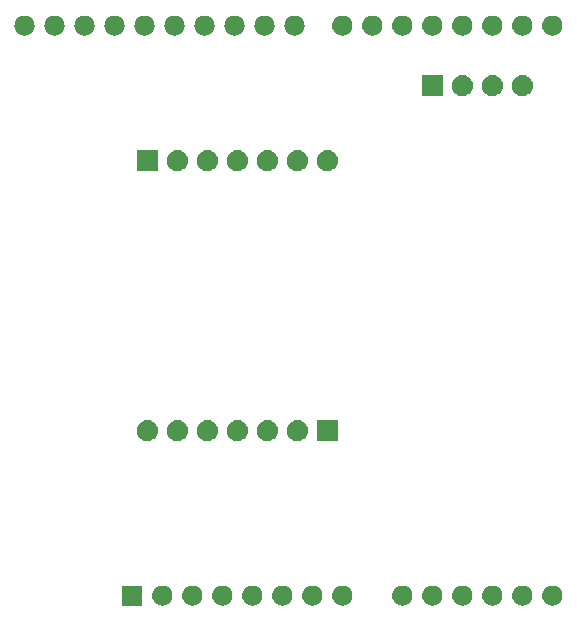
<source format=gbr>
G04 #@! TF.GenerationSoftware,KiCad,Pcbnew,5.0.2-bee76a0~70~ubuntu18.04.1*
G04 #@! TF.CreationDate,2019-01-17T16:48:38+08:00*
G04 #@! TF.ProjectId,inAir9B Shield,696e4169-7239-4422-9053-6869656c642e,rev?*
G04 #@! TF.SameCoordinates,Original*
G04 #@! TF.FileFunction,Soldermask,Bot*
G04 #@! TF.FilePolarity,Negative*
%FSLAX46Y46*%
G04 Gerber Fmt 4.6, Leading zero omitted, Abs format (unit mm)*
G04 Created by KiCad (PCBNEW 5.0.2-bee76a0~70~ubuntu18.04.1) date Thu Jan 17 16:48:38 2019*
%MOMM*%
%LPD*%
G01*
G04 APERTURE LIST*
%ADD10C,0.100000*%
G04 APERTURE END LIST*
D10*
G36*
X153836821Y-113461313D02*
X153836824Y-113461314D01*
X153836825Y-113461314D01*
X153997239Y-113509975D01*
X153997241Y-113509976D01*
X153997244Y-113509977D01*
X154145078Y-113588995D01*
X154274659Y-113695341D01*
X154381005Y-113824922D01*
X154460023Y-113972756D01*
X154508687Y-114133179D01*
X154525117Y-114300000D01*
X154508687Y-114466821D01*
X154460023Y-114627244D01*
X154381005Y-114775078D01*
X154274659Y-114904659D01*
X154145078Y-115011005D01*
X153997244Y-115090023D01*
X153997241Y-115090024D01*
X153997239Y-115090025D01*
X153836825Y-115138686D01*
X153836824Y-115138686D01*
X153836821Y-115138687D01*
X153711804Y-115151000D01*
X153628196Y-115151000D01*
X153503179Y-115138687D01*
X153503176Y-115138686D01*
X153503175Y-115138686D01*
X153342761Y-115090025D01*
X153342759Y-115090024D01*
X153342756Y-115090023D01*
X153194922Y-115011005D01*
X153065341Y-114904659D01*
X152958995Y-114775078D01*
X152879977Y-114627244D01*
X152831313Y-114466821D01*
X152814883Y-114300000D01*
X152831313Y-114133179D01*
X152879977Y-113972756D01*
X152958995Y-113824922D01*
X153065341Y-113695341D01*
X153194922Y-113588995D01*
X153342756Y-113509977D01*
X153342759Y-113509976D01*
X153342761Y-113509975D01*
X153503175Y-113461314D01*
X153503176Y-113461314D01*
X153503179Y-113461313D01*
X153628196Y-113449000D01*
X153711804Y-113449000D01*
X153836821Y-113461313D01*
X153836821Y-113461313D01*
G37*
G36*
X156376821Y-113461313D02*
X156376824Y-113461314D01*
X156376825Y-113461314D01*
X156537239Y-113509975D01*
X156537241Y-113509976D01*
X156537244Y-113509977D01*
X156685078Y-113588995D01*
X156814659Y-113695341D01*
X156921005Y-113824922D01*
X157000023Y-113972756D01*
X157048687Y-114133179D01*
X157065117Y-114300000D01*
X157048687Y-114466821D01*
X157000023Y-114627244D01*
X156921005Y-114775078D01*
X156814659Y-114904659D01*
X156685078Y-115011005D01*
X156537244Y-115090023D01*
X156537241Y-115090024D01*
X156537239Y-115090025D01*
X156376825Y-115138686D01*
X156376824Y-115138686D01*
X156376821Y-115138687D01*
X156251804Y-115151000D01*
X156168196Y-115151000D01*
X156043179Y-115138687D01*
X156043176Y-115138686D01*
X156043175Y-115138686D01*
X155882761Y-115090025D01*
X155882759Y-115090024D01*
X155882756Y-115090023D01*
X155734922Y-115011005D01*
X155605341Y-114904659D01*
X155498995Y-114775078D01*
X155419977Y-114627244D01*
X155371313Y-114466821D01*
X155354883Y-114300000D01*
X155371313Y-114133179D01*
X155419977Y-113972756D01*
X155498995Y-113824922D01*
X155605341Y-113695341D01*
X155734922Y-113588995D01*
X155882756Y-113509977D01*
X155882759Y-113509976D01*
X155882761Y-113509975D01*
X156043175Y-113461314D01*
X156043176Y-113461314D01*
X156043179Y-113461313D01*
X156168196Y-113449000D01*
X156251804Y-113449000D01*
X156376821Y-113461313D01*
X156376821Y-113461313D01*
G37*
G36*
X158916821Y-113461313D02*
X158916824Y-113461314D01*
X158916825Y-113461314D01*
X159077239Y-113509975D01*
X159077241Y-113509976D01*
X159077244Y-113509977D01*
X159225078Y-113588995D01*
X159354659Y-113695341D01*
X159461005Y-113824922D01*
X159540023Y-113972756D01*
X159588687Y-114133179D01*
X159605117Y-114300000D01*
X159588687Y-114466821D01*
X159540023Y-114627244D01*
X159461005Y-114775078D01*
X159354659Y-114904659D01*
X159225078Y-115011005D01*
X159077244Y-115090023D01*
X159077241Y-115090024D01*
X159077239Y-115090025D01*
X158916825Y-115138686D01*
X158916824Y-115138686D01*
X158916821Y-115138687D01*
X158791804Y-115151000D01*
X158708196Y-115151000D01*
X158583179Y-115138687D01*
X158583176Y-115138686D01*
X158583175Y-115138686D01*
X158422761Y-115090025D01*
X158422759Y-115090024D01*
X158422756Y-115090023D01*
X158274922Y-115011005D01*
X158145341Y-114904659D01*
X158038995Y-114775078D01*
X157959977Y-114627244D01*
X157911313Y-114466821D01*
X157894883Y-114300000D01*
X157911313Y-114133179D01*
X157959977Y-113972756D01*
X158038995Y-113824922D01*
X158145341Y-113695341D01*
X158274922Y-113588995D01*
X158422756Y-113509977D01*
X158422759Y-113509976D01*
X158422761Y-113509975D01*
X158583175Y-113461314D01*
X158583176Y-113461314D01*
X158583179Y-113461313D01*
X158708196Y-113449000D01*
X158791804Y-113449000D01*
X158916821Y-113461313D01*
X158916821Y-113461313D01*
G37*
G36*
X151296821Y-113461313D02*
X151296824Y-113461314D01*
X151296825Y-113461314D01*
X151457239Y-113509975D01*
X151457241Y-113509976D01*
X151457244Y-113509977D01*
X151605078Y-113588995D01*
X151734659Y-113695341D01*
X151841005Y-113824922D01*
X151920023Y-113972756D01*
X151968687Y-114133179D01*
X151985117Y-114300000D01*
X151968687Y-114466821D01*
X151920023Y-114627244D01*
X151841005Y-114775078D01*
X151734659Y-114904659D01*
X151605078Y-115011005D01*
X151457244Y-115090023D01*
X151457241Y-115090024D01*
X151457239Y-115090025D01*
X151296825Y-115138686D01*
X151296824Y-115138686D01*
X151296821Y-115138687D01*
X151171804Y-115151000D01*
X151088196Y-115151000D01*
X150963179Y-115138687D01*
X150963176Y-115138686D01*
X150963175Y-115138686D01*
X150802761Y-115090025D01*
X150802759Y-115090024D01*
X150802756Y-115090023D01*
X150654922Y-115011005D01*
X150525341Y-114904659D01*
X150418995Y-114775078D01*
X150339977Y-114627244D01*
X150291313Y-114466821D01*
X150274883Y-114300000D01*
X150291313Y-114133179D01*
X150339977Y-113972756D01*
X150418995Y-113824922D01*
X150525341Y-113695341D01*
X150654922Y-113588995D01*
X150802756Y-113509977D01*
X150802759Y-113509976D01*
X150802761Y-113509975D01*
X150963175Y-113461314D01*
X150963176Y-113461314D01*
X150963179Y-113461313D01*
X151088196Y-113449000D01*
X151171804Y-113449000D01*
X151296821Y-113461313D01*
X151296821Y-113461313D01*
G37*
G36*
X148756821Y-113461313D02*
X148756824Y-113461314D01*
X148756825Y-113461314D01*
X148917239Y-113509975D01*
X148917241Y-113509976D01*
X148917244Y-113509977D01*
X149065078Y-113588995D01*
X149194659Y-113695341D01*
X149301005Y-113824922D01*
X149380023Y-113972756D01*
X149428687Y-114133179D01*
X149445117Y-114300000D01*
X149428687Y-114466821D01*
X149380023Y-114627244D01*
X149301005Y-114775078D01*
X149194659Y-114904659D01*
X149065078Y-115011005D01*
X148917244Y-115090023D01*
X148917241Y-115090024D01*
X148917239Y-115090025D01*
X148756825Y-115138686D01*
X148756824Y-115138686D01*
X148756821Y-115138687D01*
X148631804Y-115151000D01*
X148548196Y-115151000D01*
X148423179Y-115138687D01*
X148423176Y-115138686D01*
X148423175Y-115138686D01*
X148262761Y-115090025D01*
X148262759Y-115090024D01*
X148262756Y-115090023D01*
X148114922Y-115011005D01*
X147985341Y-114904659D01*
X147878995Y-114775078D01*
X147799977Y-114627244D01*
X147751313Y-114466821D01*
X147734883Y-114300000D01*
X147751313Y-114133179D01*
X147799977Y-113972756D01*
X147878995Y-113824922D01*
X147985341Y-113695341D01*
X148114922Y-113588995D01*
X148262756Y-113509977D01*
X148262759Y-113509976D01*
X148262761Y-113509975D01*
X148423175Y-113461314D01*
X148423176Y-113461314D01*
X148423179Y-113461313D01*
X148548196Y-113449000D01*
X148631804Y-113449000D01*
X148756821Y-113461313D01*
X148756821Y-113461313D01*
G37*
G36*
X146216821Y-113461313D02*
X146216824Y-113461314D01*
X146216825Y-113461314D01*
X146377239Y-113509975D01*
X146377241Y-113509976D01*
X146377244Y-113509977D01*
X146525078Y-113588995D01*
X146654659Y-113695341D01*
X146761005Y-113824922D01*
X146840023Y-113972756D01*
X146888687Y-114133179D01*
X146905117Y-114300000D01*
X146888687Y-114466821D01*
X146840023Y-114627244D01*
X146761005Y-114775078D01*
X146654659Y-114904659D01*
X146525078Y-115011005D01*
X146377244Y-115090023D01*
X146377241Y-115090024D01*
X146377239Y-115090025D01*
X146216825Y-115138686D01*
X146216824Y-115138686D01*
X146216821Y-115138687D01*
X146091804Y-115151000D01*
X146008196Y-115151000D01*
X145883179Y-115138687D01*
X145883176Y-115138686D01*
X145883175Y-115138686D01*
X145722761Y-115090025D01*
X145722759Y-115090024D01*
X145722756Y-115090023D01*
X145574922Y-115011005D01*
X145445341Y-114904659D01*
X145338995Y-114775078D01*
X145259977Y-114627244D01*
X145211313Y-114466821D01*
X145194883Y-114300000D01*
X145211313Y-114133179D01*
X145259977Y-113972756D01*
X145338995Y-113824922D01*
X145445341Y-113695341D01*
X145574922Y-113588995D01*
X145722756Y-113509977D01*
X145722759Y-113509976D01*
X145722761Y-113509975D01*
X145883175Y-113461314D01*
X145883176Y-113461314D01*
X145883179Y-113461313D01*
X146008196Y-113449000D01*
X146091804Y-113449000D01*
X146216821Y-113461313D01*
X146216821Y-113461313D01*
G37*
G36*
X141136821Y-113461313D02*
X141136824Y-113461314D01*
X141136825Y-113461314D01*
X141297239Y-113509975D01*
X141297241Y-113509976D01*
X141297244Y-113509977D01*
X141445078Y-113588995D01*
X141574659Y-113695341D01*
X141681005Y-113824922D01*
X141760023Y-113972756D01*
X141808687Y-114133179D01*
X141825117Y-114300000D01*
X141808687Y-114466821D01*
X141760023Y-114627244D01*
X141681005Y-114775078D01*
X141574659Y-114904659D01*
X141445078Y-115011005D01*
X141297244Y-115090023D01*
X141297241Y-115090024D01*
X141297239Y-115090025D01*
X141136825Y-115138686D01*
X141136824Y-115138686D01*
X141136821Y-115138687D01*
X141011804Y-115151000D01*
X140928196Y-115151000D01*
X140803179Y-115138687D01*
X140803176Y-115138686D01*
X140803175Y-115138686D01*
X140642761Y-115090025D01*
X140642759Y-115090024D01*
X140642756Y-115090023D01*
X140494922Y-115011005D01*
X140365341Y-114904659D01*
X140258995Y-114775078D01*
X140179977Y-114627244D01*
X140131313Y-114466821D01*
X140114883Y-114300000D01*
X140131313Y-114133179D01*
X140179977Y-113972756D01*
X140258995Y-113824922D01*
X140365341Y-113695341D01*
X140494922Y-113588995D01*
X140642756Y-113509977D01*
X140642759Y-113509976D01*
X140642761Y-113509975D01*
X140803175Y-113461314D01*
X140803176Y-113461314D01*
X140803179Y-113461313D01*
X140928196Y-113449000D01*
X141011804Y-113449000D01*
X141136821Y-113461313D01*
X141136821Y-113461313D01*
G37*
G36*
X136056821Y-113461313D02*
X136056824Y-113461314D01*
X136056825Y-113461314D01*
X136217239Y-113509975D01*
X136217241Y-113509976D01*
X136217244Y-113509977D01*
X136365078Y-113588995D01*
X136494659Y-113695341D01*
X136601005Y-113824922D01*
X136680023Y-113972756D01*
X136728687Y-114133179D01*
X136745117Y-114300000D01*
X136728687Y-114466821D01*
X136680023Y-114627244D01*
X136601005Y-114775078D01*
X136494659Y-114904659D01*
X136365078Y-115011005D01*
X136217244Y-115090023D01*
X136217241Y-115090024D01*
X136217239Y-115090025D01*
X136056825Y-115138686D01*
X136056824Y-115138686D01*
X136056821Y-115138687D01*
X135931804Y-115151000D01*
X135848196Y-115151000D01*
X135723179Y-115138687D01*
X135723176Y-115138686D01*
X135723175Y-115138686D01*
X135562761Y-115090025D01*
X135562759Y-115090024D01*
X135562756Y-115090023D01*
X135414922Y-115011005D01*
X135285341Y-114904659D01*
X135178995Y-114775078D01*
X135099977Y-114627244D01*
X135051313Y-114466821D01*
X135034883Y-114300000D01*
X135051313Y-114133179D01*
X135099977Y-113972756D01*
X135178995Y-113824922D01*
X135285341Y-113695341D01*
X135414922Y-113588995D01*
X135562756Y-113509977D01*
X135562759Y-113509976D01*
X135562761Y-113509975D01*
X135723175Y-113461314D01*
X135723176Y-113461314D01*
X135723179Y-113461313D01*
X135848196Y-113449000D01*
X135931804Y-113449000D01*
X136056821Y-113461313D01*
X136056821Y-113461313D01*
G37*
G36*
X124041000Y-115151000D02*
X122339000Y-115151000D01*
X122339000Y-113449000D01*
X124041000Y-113449000D01*
X124041000Y-115151000D01*
X124041000Y-115151000D01*
G37*
G36*
X125896821Y-113461313D02*
X125896824Y-113461314D01*
X125896825Y-113461314D01*
X126057239Y-113509975D01*
X126057241Y-113509976D01*
X126057244Y-113509977D01*
X126205078Y-113588995D01*
X126334659Y-113695341D01*
X126441005Y-113824922D01*
X126520023Y-113972756D01*
X126568687Y-114133179D01*
X126585117Y-114300000D01*
X126568687Y-114466821D01*
X126520023Y-114627244D01*
X126441005Y-114775078D01*
X126334659Y-114904659D01*
X126205078Y-115011005D01*
X126057244Y-115090023D01*
X126057241Y-115090024D01*
X126057239Y-115090025D01*
X125896825Y-115138686D01*
X125896824Y-115138686D01*
X125896821Y-115138687D01*
X125771804Y-115151000D01*
X125688196Y-115151000D01*
X125563179Y-115138687D01*
X125563176Y-115138686D01*
X125563175Y-115138686D01*
X125402761Y-115090025D01*
X125402759Y-115090024D01*
X125402756Y-115090023D01*
X125254922Y-115011005D01*
X125125341Y-114904659D01*
X125018995Y-114775078D01*
X124939977Y-114627244D01*
X124891313Y-114466821D01*
X124874883Y-114300000D01*
X124891313Y-114133179D01*
X124939977Y-113972756D01*
X125018995Y-113824922D01*
X125125341Y-113695341D01*
X125254922Y-113588995D01*
X125402756Y-113509977D01*
X125402759Y-113509976D01*
X125402761Y-113509975D01*
X125563175Y-113461314D01*
X125563176Y-113461314D01*
X125563179Y-113461313D01*
X125688196Y-113449000D01*
X125771804Y-113449000D01*
X125896821Y-113461313D01*
X125896821Y-113461313D01*
G37*
G36*
X128436821Y-113461313D02*
X128436824Y-113461314D01*
X128436825Y-113461314D01*
X128597239Y-113509975D01*
X128597241Y-113509976D01*
X128597244Y-113509977D01*
X128745078Y-113588995D01*
X128874659Y-113695341D01*
X128981005Y-113824922D01*
X129060023Y-113972756D01*
X129108687Y-114133179D01*
X129125117Y-114300000D01*
X129108687Y-114466821D01*
X129060023Y-114627244D01*
X128981005Y-114775078D01*
X128874659Y-114904659D01*
X128745078Y-115011005D01*
X128597244Y-115090023D01*
X128597241Y-115090024D01*
X128597239Y-115090025D01*
X128436825Y-115138686D01*
X128436824Y-115138686D01*
X128436821Y-115138687D01*
X128311804Y-115151000D01*
X128228196Y-115151000D01*
X128103179Y-115138687D01*
X128103176Y-115138686D01*
X128103175Y-115138686D01*
X127942761Y-115090025D01*
X127942759Y-115090024D01*
X127942756Y-115090023D01*
X127794922Y-115011005D01*
X127665341Y-114904659D01*
X127558995Y-114775078D01*
X127479977Y-114627244D01*
X127431313Y-114466821D01*
X127414883Y-114300000D01*
X127431313Y-114133179D01*
X127479977Y-113972756D01*
X127558995Y-113824922D01*
X127665341Y-113695341D01*
X127794922Y-113588995D01*
X127942756Y-113509977D01*
X127942759Y-113509976D01*
X127942761Y-113509975D01*
X128103175Y-113461314D01*
X128103176Y-113461314D01*
X128103179Y-113461313D01*
X128228196Y-113449000D01*
X128311804Y-113449000D01*
X128436821Y-113461313D01*
X128436821Y-113461313D01*
G37*
G36*
X130976821Y-113461313D02*
X130976824Y-113461314D01*
X130976825Y-113461314D01*
X131137239Y-113509975D01*
X131137241Y-113509976D01*
X131137244Y-113509977D01*
X131285078Y-113588995D01*
X131414659Y-113695341D01*
X131521005Y-113824922D01*
X131600023Y-113972756D01*
X131648687Y-114133179D01*
X131665117Y-114300000D01*
X131648687Y-114466821D01*
X131600023Y-114627244D01*
X131521005Y-114775078D01*
X131414659Y-114904659D01*
X131285078Y-115011005D01*
X131137244Y-115090023D01*
X131137241Y-115090024D01*
X131137239Y-115090025D01*
X130976825Y-115138686D01*
X130976824Y-115138686D01*
X130976821Y-115138687D01*
X130851804Y-115151000D01*
X130768196Y-115151000D01*
X130643179Y-115138687D01*
X130643176Y-115138686D01*
X130643175Y-115138686D01*
X130482761Y-115090025D01*
X130482759Y-115090024D01*
X130482756Y-115090023D01*
X130334922Y-115011005D01*
X130205341Y-114904659D01*
X130098995Y-114775078D01*
X130019977Y-114627244D01*
X129971313Y-114466821D01*
X129954883Y-114300000D01*
X129971313Y-114133179D01*
X130019977Y-113972756D01*
X130098995Y-113824922D01*
X130205341Y-113695341D01*
X130334922Y-113588995D01*
X130482756Y-113509977D01*
X130482759Y-113509976D01*
X130482761Y-113509975D01*
X130643175Y-113461314D01*
X130643176Y-113461314D01*
X130643179Y-113461313D01*
X130768196Y-113449000D01*
X130851804Y-113449000D01*
X130976821Y-113461313D01*
X130976821Y-113461313D01*
G37*
G36*
X133516821Y-113461313D02*
X133516824Y-113461314D01*
X133516825Y-113461314D01*
X133677239Y-113509975D01*
X133677241Y-113509976D01*
X133677244Y-113509977D01*
X133825078Y-113588995D01*
X133954659Y-113695341D01*
X134061005Y-113824922D01*
X134140023Y-113972756D01*
X134188687Y-114133179D01*
X134205117Y-114300000D01*
X134188687Y-114466821D01*
X134140023Y-114627244D01*
X134061005Y-114775078D01*
X133954659Y-114904659D01*
X133825078Y-115011005D01*
X133677244Y-115090023D01*
X133677241Y-115090024D01*
X133677239Y-115090025D01*
X133516825Y-115138686D01*
X133516824Y-115138686D01*
X133516821Y-115138687D01*
X133391804Y-115151000D01*
X133308196Y-115151000D01*
X133183179Y-115138687D01*
X133183176Y-115138686D01*
X133183175Y-115138686D01*
X133022761Y-115090025D01*
X133022759Y-115090024D01*
X133022756Y-115090023D01*
X132874922Y-115011005D01*
X132745341Y-114904659D01*
X132638995Y-114775078D01*
X132559977Y-114627244D01*
X132511313Y-114466821D01*
X132494883Y-114300000D01*
X132511313Y-114133179D01*
X132559977Y-113972756D01*
X132638995Y-113824922D01*
X132745341Y-113695341D01*
X132874922Y-113588995D01*
X133022756Y-113509977D01*
X133022759Y-113509976D01*
X133022761Y-113509975D01*
X133183175Y-113461314D01*
X133183176Y-113461314D01*
X133183179Y-113461313D01*
X133308196Y-113449000D01*
X133391804Y-113449000D01*
X133516821Y-113461313D01*
X133516821Y-113461313D01*
G37*
G36*
X138596821Y-113461313D02*
X138596824Y-113461314D01*
X138596825Y-113461314D01*
X138757239Y-113509975D01*
X138757241Y-113509976D01*
X138757244Y-113509977D01*
X138905078Y-113588995D01*
X139034659Y-113695341D01*
X139141005Y-113824922D01*
X139220023Y-113972756D01*
X139268687Y-114133179D01*
X139285117Y-114300000D01*
X139268687Y-114466821D01*
X139220023Y-114627244D01*
X139141005Y-114775078D01*
X139034659Y-114904659D01*
X138905078Y-115011005D01*
X138757244Y-115090023D01*
X138757241Y-115090024D01*
X138757239Y-115090025D01*
X138596825Y-115138686D01*
X138596824Y-115138686D01*
X138596821Y-115138687D01*
X138471804Y-115151000D01*
X138388196Y-115151000D01*
X138263179Y-115138687D01*
X138263176Y-115138686D01*
X138263175Y-115138686D01*
X138102761Y-115090025D01*
X138102759Y-115090024D01*
X138102756Y-115090023D01*
X137954922Y-115011005D01*
X137825341Y-114904659D01*
X137718995Y-114775078D01*
X137639977Y-114627244D01*
X137591313Y-114466821D01*
X137574883Y-114300000D01*
X137591313Y-114133179D01*
X137639977Y-113972756D01*
X137718995Y-113824922D01*
X137825341Y-113695341D01*
X137954922Y-113588995D01*
X138102756Y-113509977D01*
X138102759Y-113509976D01*
X138102761Y-113509975D01*
X138263175Y-113461314D01*
X138263176Y-113461314D01*
X138263179Y-113461313D01*
X138388196Y-113449000D01*
X138471804Y-113449000D01*
X138596821Y-113461313D01*
X138596821Y-113461313D01*
G37*
G36*
X132190443Y-99435519D02*
X132256627Y-99442037D01*
X132369853Y-99476384D01*
X132426467Y-99493557D01*
X132565087Y-99567652D01*
X132582991Y-99577222D01*
X132618729Y-99606552D01*
X132720186Y-99689814D01*
X132803448Y-99791271D01*
X132832778Y-99827009D01*
X132832779Y-99827011D01*
X132916443Y-99983533D01*
X132916443Y-99983534D01*
X132967963Y-100153373D01*
X132985359Y-100330000D01*
X132967963Y-100506627D01*
X132933616Y-100619853D01*
X132916443Y-100676467D01*
X132842348Y-100815087D01*
X132832778Y-100832991D01*
X132803448Y-100868729D01*
X132720186Y-100970186D01*
X132618729Y-101053448D01*
X132582991Y-101082778D01*
X132582989Y-101082779D01*
X132426467Y-101166443D01*
X132369853Y-101183616D01*
X132256627Y-101217963D01*
X132190443Y-101224481D01*
X132124260Y-101231000D01*
X132035740Y-101231000D01*
X131969558Y-101224482D01*
X131903373Y-101217963D01*
X131790147Y-101183616D01*
X131733533Y-101166443D01*
X131577011Y-101082779D01*
X131577009Y-101082778D01*
X131541271Y-101053448D01*
X131439814Y-100970186D01*
X131356552Y-100868729D01*
X131327222Y-100832991D01*
X131317652Y-100815087D01*
X131243557Y-100676467D01*
X131226384Y-100619853D01*
X131192037Y-100506627D01*
X131174641Y-100330000D01*
X131192037Y-100153373D01*
X131243557Y-99983534D01*
X131243557Y-99983533D01*
X131327221Y-99827011D01*
X131327222Y-99827009D01*
X131356552Y-99791271D01*
X131439814Y-99689814D01*
X131541271Y-99606552D01*
X131577009Y-99577222D01*
X131594913Y-99567652D01*
X131733533Y-99493557D01*
X131790147Y-99476384D01*
X131903373Y-99442037D01*
X131969558Y-99435518D01*
X132035740Y-99429000D01*
X132124260Y-99429000D01*
X132190443Y-99435519D01*
X132190443Y-99435519D01*
G37*
G36*
X140601000Y-101231000D02*
X138799000Y-101231000D01*
X138799000Y-99429000D01*
X140601000Y-99429000D01*
X140601000Y-101231000D01*
X140601000Y-101231000D01*
G37*
G36*
X124570443Y-99435519D02*
X124636627Y-99442037D01*
X124749853Y-99476384D01*
X124806467Y-99493557D01*
X124945087Y-99567652D01*
X124962991Y-99577222D01*
X124998729Y-99606552D01*
X125100186Y-99689814D01*
X125183448Y-99791271D01*
X125212778Y-99827009D01*
X125212779Y-99827011D01*
X125296443Y-99983533D01*
X125296443Y-99983534D01*
X125347963Y-100153373D01*
X125365359Y-100330000D01*
X125347963Y-100506627D01*
X125313616Y-100619853D01*
X125296443Y-100676467D01*
X125222348Y-100815087D01*
X125212778Y-100832991D01*
X125183448Y-100868729D01*
X125100186Y-100970186D01*
X124998729Y-101053448D01*
X124962991Y-101082778D01*
X124962989Y-101082779D01*
X124806467Y-101166443D01*
X124749853Y-101183616D01*
X124636627Y-101217963D01*
X124570443Y-101224481D01*
X124504260Y-101231000D01*
X124415740Y-101231000D01*
X124349558Y-101224482D01*
X124283373Y-101217963D01*
X124170147Y-101183616D01*
X124113533Y-101166443D01*
X123957011Y-101082779D01*
X123957009Y-101082778D01*
X123921271Y-101053448D01*
X123819814Y-100970186D01*
X123736552Y-100868729D01*
X123707222Y-100832991D01*
X123697652Y-100815087D01*
X123623557Y-100676467D01*
X123606384Y-100619853D01*
X123572037Y-100506627D01*
X123554641Y-100330000D01*
X123572037Y-100153373D01*
X123623557Y-99983534D01*
X123623557Y-99983533D01*
X123707221Y-99827011D01*
X123707222Y-99827009D01*
X123736552Y-99791271D01*
X123819814Y-99689814D01*
X123921271Y-99606552D01*
X123957009Y-99577222D01*
X123974913Y-99567652D01*
X124113533Y-99493557D01*
X124170147Y-99476384D01*
X124283373Y-99442037D01*
X124349558Y-99435518D01*
X124415740Y-99429000D01*
X124504260Y-99429000D01*
X124570443Y-99435519D01*
X124570443Y-99435519D01*
G37*
G36*
X127110443Y-99435519D02*
X127176627Y-99442037D01*
X127289853Y-99476384D01*
X127346467Y-99493557D01*
X127485087Y-99567652D01*
X127502991Y-99577222D01*
X127538729Y-99606552D01*
X127640186Y-99689814D01*
X127723448Y-99791271D01*
X127752778Y-99827009D01*
X127752779Y-99827011D01*
X127836443Y-99983533D01*
X127836443Y-99983534D01*
X127887963Y-100153373D01*
X127905359Y-100330000D01*
X127887963Y-100506627D01*
X127853616Y-100619853D01*
X127836443Y-100676467D01*
X127762348Y-100815087D01*
X127752778Y-100832991D01*
X127723448Y-100868729D01*
X127640186Y-100970186D01*
X127538729Y-101053448D01*
X127502991Y-101082778D01*
X127502989Y-101082779D01*
X127346467Y-101166443D01*
X127289853Y-101183616D01*
X127176627Y-101217963D01*
X127110443Y-101224481D01*
X127044260Y-101231000D01*
X126955740Y-101231000D01*
X126889558Y-101224482D01*
X126823373Y-101217963D01*
X126710147Y-101183616D01*
X126653533Y-101166443D01*
X126497011Y-101082779D01*
X126497009Y-101082778D01*
X126461271Y-101053448D01*
X126359814Y-100970186D01*
X126276552Y-100868729D01*
X126247222Y-100832991D01*
X126237652Y-100815087D01*
X126163557Y-100676467D01*
X126146384Y-100619853D01*
X126112037Y-100506627D01*
X126094641Y-100330000D01*
X126112037Y-100153373D01*
X126163557Y-99983534D01*
X126163557Y-99983533D01*
X126247221Y-99827011D01*
X126247222Y-99827009D01*
X126276552Y-99791271D01*
X126359814Y-99689814D01*
X126461271Y-99606552D01*
X126497009Y-99577222D01*
X126514913Y-99567652D01*
X126653533Y-99493557D01*
X126710147Y-99476384D01*
X126823373Y-99442037D01*
X126889558Y-99435518D01*
X126955740Y-99429000D01*
X127044260Y-99429000D01*
X127110443Y-99435519D01*
X127110443Y-99435519D01*
G37*
G36*
X134730443Y-99435519D02*
X134796627Y-99442037D01*
X134909853Y-99476384D01*
X134966467Y-99493557D01*
X135105087Y-99567652D01*
X135122991Y-99577222D01*
X135158729Y-99606552D01*
X135260186Y-99689814D01*
X135343448Y-99791271D01*
X135372778Y-99827009D01*
X135372779Y-99827011D01*
X135456443Y-99983533D01*
X135456443Y-99983534D01*
X135507963Y-100153373D01*
X135525359Y-100330000D01*
X135507963Y-100506627D01*
X135473616Y-100619853D01*
X135456443Y-100676467D01*
X135382348Y-100815087D01*
X135372778Y-100832991D01*
X135343448Y-100868729D01*
X135260186Y-100970186D01*
X135158729Y-101053448D01*
X135122991Y-101082778D01*
X135122989Y-101082779D01*
X134966467Y-101166443D01*
X134909853Y-101183616D01*
X134796627Y-101217963D01*
X134730443Y-101224481D01*
X134664260Y-101231000D01*
X134575740Y-101231000D01*
X134509558Y-101224482D01*
X134443373Y-101217963D01*
X134330147Y-101183616D01*
X134273533Y-101166443D01*
X134117011Y-101082779D01*
X134117009Y-101082778D01*
X134081271Y-101053448D01*
X133979814Y-100970186D01*
X133896552Y-100868729D01*
X133867222Y-100832991D01*
X133857652Y-100815087D01*
X133783557Y-100676467D01*
X133766384Y-100619853D01*
X133732037Y-100506627D01*
X133714641Y-100330000D01*
X133732037Y-100153373D01*
X133783557Y-99983534D01*
X133783557Y-99983533D01*
X133867221Y-99827011D01*
X133867222Y-99827009D01*
X133896552Y-99791271D01*
X133979814Y-99689814D01*
X134081271Y-99606552D01*
X134117009Y-99577222D01*
X134134913Y-99567652D01*
X134273533Y-99493557D01*
X134330147Y-99476384D01*
X134443373Y-99442037D01*
X134509558Y-99435518D01*
X134575740Y-99429000D01*
X134664260Y-99429000D01*
X134730443Y-99435519D01*
X134730443Y-99435519D01*
G37*
G36*
X137270443Y-99435519D02*
X137336627Y-99442037D01*
X137449853Y-99476384D01*
X137506467Y-99493557D01*
X137645087Y-99567652D01*
X137662991Y-99577222D01*
X137698729Y-99606552D01*
X137800186Y-99689814D01*
X137883448Y-99791271D01*
X137912778Y-99827009D01*
X137912779Y-99827011D01*
X137996443Y-99983533D01*
X137996443Y-99983534D01*
X138047963Y-100153373D01*
X138065359Y-100330000D01*
X138047963Y-100506627D01*
X138013616Y-100619853D01*
X137996443Y-100676467D01*
X137922348Y-100815087D01*
X137912778Y-100832991D01*
X137883448Y-100868729D01*
X137800186Y-100970186D01*
X137698729Y-101053448D01*
X137662991Y-101082778D01*
X137662989Y-101082779D01*
X137506467Y-101166443D01*
X137449853Y-101183616D01*
X137336627Y-101217963D01*
X137270443Y-101224481D01*
X137204260Y-101231000D01*
X137115740Y-101231000D01*
X137049558Y-101224482D01*
X136983373Y-101217963D01*
X136870147Y-101183616D01*
X136813533Y-101166443D01*
X136657011Y-101082779D01*
X136657009Y-101082778D01*
X136621271Y-101053448D01*
X136519814Y-100970186D01*
X136436552Y-100868729D01*
X136407222Y-100832991D01*
X136397652Y-100815087D01*
X136323557Y-100676467D01*
X136306384Y-100619853D01*
X136272037Y-100506627D01*
X136254641Y-100330000D01*
X136272037Y-100153373D01*
X136323557Y-99983534D01*
X136323557Y-99983533D01*
X136407221Y-99827011D01*
X136407222Y-99827009D01*
X136436552Y-99791271D01*
X136519814Y-99689814D01*
X136621271Y-99606552D01*
X136657009Y-99577222D01*
X136674913Y-99567652D01*
X136813533Y-99493557D01*
X136870147Y-99476384D01*
X136983373Y-99442037D01*
X137049558Y-99435518D01*
X137115740Y-99429000D01*
X137204260Y-99429000D01*
X137270443Y-99435519D01*
X137270443Y-99435519D01*
G37*
G36*
X129650443Y-99435519D02*
X129716627Y-99442037D01*
X129829853Y-99476384D01*
X129886467Y-99493557D01*
X130025087Y-99567652D01*
X130042991Y-99577222D01*
X130078729Y-99606552D01*
X130180186Y-99689814D01*
X130263448Y-99791271D01*
X130292778Y-99827009D01*
X130292779Y-99827011D01*
X130376443Y-99983533D01*
X130376443Y-99983534D01*
X130427963Y-100153373D01*
X130445359Y-100330000D01*
X130427963Y-100506627D01*
X130393616Y-100619853D01*
X130376443Y-100676467D01*
X130302348Y-100815087D01*
X130292778Y-100832991D01*
X130263448Y-100868729D01*
X130180186Y-100970186D01*
X130078729Y-101053448D01*
X130042991Y-101082778D01*
X130042989Y-101082779D01*
X129886467Y-101166443D01*
X129829853Y-101183616D01*
X129716627Y-101217963D01*
X129650443Y-101224481D01*
X129584260Y-101231000D01*
X129495740Y-101231000D01*
X129429558Y-101224482D01*
X129363373Y-101217963D01*
X129250147Y-101183616D01*
X129193533Y-101166443D01*
X129037011Y-101082779D01*
X129037009Y-101082778D01*
X129001271Y-101053448D01*
X128899814Y-100970186D01*
X128816552Y-100868729D01*
X128787222Y-100832991D01*
X128777652Y-100815087D01*
X128703557Y-100676467D01*
X128686384Y-100619853D01*
X128652037Y-100506627D01*
X128634641Y-100330000D01*
X128652037Y-100153373D01*
X128703557Y-99983534D01*
X128703557Y-99983533D01*
X128787221Y-99827011D01*
X128787222Y-99827009D01*
X128816552Y-99791271D01*
X128899814Y-99689814D01*
X129001271Y-99606552D01*
X129037009Y-99577222D01*
X129054913Y-99567652D01*
X129193533Y-99493557D01*
X129250147Y-99476384D01*
X129363373Y-99442037D01*
X129429558Y-99435518D01*
X129495740Y-99429000D01*
X129584260Y-99429000D01*
X129650443Y-99435519D01*
X129650443Y-99435519D01*
G37*
G36*
X129650443Y-76575519D02*
X129716627Y-76582037D01*
X129829853Y-76616384D01*
X129886467Y-76633557D01*
X130025087Y-76707652D01*
X130042991Y-76717222D01*
X130078729Y-76746552D01*
X130180186Y-76829814D01*
X130263448Y-76931271D01*
X130292778Y-76967009D01*
X130292779Y-76967011D01*
X130376443Y-77123533D01*
X130376443Y-77123534D01*
X130427963Y-77293373D01*
X130445359Y-77470000D01*
X130427963Y-77646627D01*
X130393616Y-77759853D01*
X130376443Y-77816467D01*
X130302348Y-77955087D01*
X130292778Y-77972991D01*
X130263448Y-78008729D01*
X130180186Y-78110186D01*
X130078729Y-78193448D01*
X130042991Y-78222778D01*
X130042989Y-78222779D01*
X129886467Y-78306443D01*
X129829853Y-78323616D01*
X129716627Y-78357963D01*
X129650443Y-78364481D01*
X129584260Y-78371000D01*
X129495740Y-78371000D01*
X129429557Y-78364481D01*
X129363373Y-78357963D01*
X129250147Y-78323616D01*
X129193533Y-78306443D01*
X129037011Y-78222779D01*
X129037009Y-78222778D01*
X129001271Y-78193448D01*
X128899814Y-78110186D01*
X128816552Y-78008729D01*
X128787222Y-77972991D01*
X128777652Y-77955087D01*
X128703557Y-77816467D01*
X128686384Y-77759853D01*
X128652037Y-77646627D01*
X128634641Y-77470000D01*
X128652037Y-77293373D01*
X128703557Y-77123534D01*
X128703557Y-77123533D01*
X128787221Y-76967011D01*
X128787222Y-76967009D01*
X128816552Y-76931271D01*
X128899814Y-76829814D01*
X129001271Y-76746552D01*
X129037009Y-76717222D01*
X129054913Y-76707652D01*
X129193533Y-76633557D01*
X129250147Y-76616384D01*
X129363373Y-76582037D01*
X129429557Y-76575519D01*
X129495740Y-76569000D01*
X129584260Y-76569000D01*
X129650443Y-76575519D01*
X129650443Y-76575519D01*
G37*
G36*
X125361000Y-78371000D02*
X123559000Y-78371000D01*
X123559000Y-76569000D01*
X125361000Y-76569000D01*
X125361000Y-78371000D01*
X125361000Y-78371000D01*
G37*
G36*
X127110443Y-76575519D02*
X127176627Y-76582037D01*
X127289853Y-76616384D01*
X127346467Y-76633557D01*
X127485087Y-76707652D01*
X127502991Y-76717222D01*
X127538729Y-76746552D01*
X127640186Y-76829814D01*
X127723448Y-76931271D01*
X127752778Y-76967009D01*
X127752779Y-76967011D01*
X127836443Y-77123533D01*
X127836443Y-77123534D01*
X127887963Y-77293373D01*
X127905359Y-77470000D01*
X127887963Y-77646627D01*
X127853616Y-77759853D01*
X127836443Y-77816467D01*
X127762348Y-77955087D01*
X127752778Y-77972991D01*
X127723448Y-78008729D01*
X127640186Y-78110186D01*
X127538729Y-78193448D01*
X127502991Y-78222778D01*
X127502989Y-78222779D01*
X127346467Y-78306443D01*
X127289853Y-78323616D01*
X127176627Y-78357963D01*
X127110443Y-78364481D01*
X127044260Y-78371000D01*
X126955740Y-78371000D01*
X126889557Y-78364481D01*
X126823373Y-78357963D01*
X126710147Y-78323616D01*
X126653533Y-78306443D01*
X126497011Y-78222779D01*
X126497009Y-78222778D01*
X126461271Y-78193448D01*
X126359814Y-78110186D01*
X126276552Y-78008729D01*
X126247222Y-77972991D01*
X126237652Y-77955087D01*
X126163557Y-77816467D01*
X126146384Y-77759853D01*
X126112037Y-77646627D01*
X126094641Y-77470000D01*
X126112037Y-77293373D01*
X126163557Y-77123534D01*
X126163557Y-77123533D01*
X126247221Y-76967011D01*
X126247222Y-76967009D01*
X126276552Y-76931271D01*
X126359814Y-76829814D01*
X126461271Y-76746552D01*
X126497009Y-76717222D01*
X126514913Y-76707652D01*
X126653533Y-76633557D01*
X126710147Y-76616384D01*
X126823373Y-76582037D01*
X126889557Y-76575519D01*
X126955740Y-76569000D01*
X127044260Y-76569000D01*
X127110443Y-76575519D01*
X127110443Y-76575519D01*
G37*
G36*
X134730443Y-76575519D02*
X134796627Y-76582037D01*
X134909853Y-76616384D01*
X134966467Y-76633557D01*
X135105087Y-76707652D01*
X135122991Y-76717222D01*
X135158729Y-76746552D01*
X135260186Y-76829814D01*
X135343448Y-76931271D01*
X135372778Y-76967009D01*
X135372779Y-76967011D01*
X135456443Y-77123533D01*
X135456443Y-77123534D01*
X135507963Y-77293373D01*
X135525359Y-77470000D01*
X135507963Y-77646627D01*
X135473616Y-77759853D01*
X135456443Y-77816467D01*
X135382348Y-77955087D01*
X135372778Y-77972991D01*
X135343448Y-78008729D01*
X135260186Y-78110186D01*
X135158729Y-78193448D01*
X135122991Y-78222778D01*
X135122989Y-78222779D01*
X134966467Y-78306443D01*
X134909853Y-78323616D01*
X134796627Y-78357963D01*
X134730443Y-78364481D01*
X134664260Y-78371000D01*
X134575740Y-78371000D01*
X134509557Y-78364481D01*
X134443373Y-78357963D01*
X134330147Y-78323616D01*
X134273533Y-78306443D01*
X134117011Y-78222779D01*
X134117009Y-78222778D01*
X134081271Y-78193448D01*
X133979814Y-78110186D01*
X133896552Y-78008729D01*
X133867222Y-77972991D01*
X133857652Y-77955087D01*
X133783557Y-77816467D01*
X133766384Y-77759853D01*
X133732037Y-77646627D01*
X133714641Y-77470000D01*
X133732037Y-77293373D01*
X133783557Y-77123534D01*
X133783557Y-77123533D01*
X133867221Y-76967011D01*
X133867222Y-76967009D01*
X133896552Y-76931271D01*
X133979814Y-76829814D01*
X134081271Y-76746552D01*
X134117009Y-76717222D01*
X134134913Y-76707652D01*
X134273533Y-76633557D01*
X134330147Y-76616384D01*
X134443373Y-76582037D01*
X134509557Y-76575519D01*
X134575740Y-76569000D01*
X134664260Y-76569000D01*
X134730443Y-76575519D01*
X134730443Y-76575519D01*
G37*
G36*
X132190443Y-76575519D02*
X132256627Y-76582037D01*
X132369853Y-76616384D01*
X132426467Y-76633557D01*
X132565087Y-76707652D01*
X132582991Y-76717222D01*
X132618729Y-76746552D01*
X132720186Y-76829814D01*
X132803448Y-76931271D01*
X132832778Y-76967009D01*
X132832779Y-76967011D01*
X132916443Y-77123533D01*
X132916443Y-77123534D01*
X132967963Y-77293373D01*
X132985359Y-77470000D01*
X132967963Y-77646627D01*
X132933616Y-77759853D01*
X132916443Y-77816467D01*
X132842348Y-77955087D01*
X132832778Y-77972991D01*
X132803448Y-78008729D01*
X132720186Y-78110186D01*
X132618729Y-78193448D01*
X132582991Y-78222778D01*
X132582989Y-78222779D01*
X132426467Y-78306443D01*
X132369853Y-78323616D01*
X132256627Y-78357963D01*
X132190443Y-78364481D01*
X132124260Y-78371000D01*
X132035740Y-78371000D01*
X131969557Y-78364481D01*
X131903373Y-78357963D01*
X131790147Y-78323616D01*
X131733533Y-78306443D01*
X131577011Y-78222779D01*
X131577009Y-78222778D01*
X131541271Y-78193448D01*
X131439814Y-78110186D01*
X131356552Y-78008729D01*
X131327222Y-77972991D01*
X131317652Y-77955087D01*
X131243557Y-77816467D01*
X131226384Y-77759853D01*
X131192037Y-77646627D01*
X131174641Y-77470000D01*
X131192037Y-77293373D01*
X131243557Y-77123534D01*
X131243557Y-77123533D01*
X131327221Y-76967011D01*
X131327222Y-76967009D01*
X131356552Y-76931271D01*
X131439814Y-76829814D01*
X131541271Y-76746552D01*
X131577009Y-76717222D01*
X131594913Y-76707652D01*
X131733533Y-76633557D01*
X131790147Y-76616384D01*
X131903373Y-76582037D01*
X131969557Y-76575519D01*
X132035740Y-76569000D01*
X132124260Y-76569000D01*
X132190443Y-76575519D01*
X132190443Y-76575519D01*
G37*
G36*
X139810443Y-76575519D02*
X139876627Y-76582037D01*
X139989853Y-76616384D01*
X140046467Y-76633557D01*
X140185087Y-76707652D01*
X140202991Y-76717222D01*
X140238729Y-76746552D01*
X140340186Y-76829814D01*
X140423448Y-76931271D01*
X140452778Y-76967009D01*
X140452779Y-76967011D01*
X140536443Y-77123533D01*
X140536443Y-77123534D01*
X140587963Y-77293373D01*
X140605359Y-77470000D01*
X140587963Y-77646627D01*
X140553616Y-77759853D01*
X140536443Y-77816467D01*
X140462348Y-77955087D01*
X140452778Y-77972991D01*
X140423448Y-78008729D01*
X140340186Y-78110186D01*
X140238729Y-78193448D01*
X140202991Y-78222778D01*
X140202989Y-78222779D01*
X140046467Y-78306443D01*
X139989853Y-78323616D01*
X139876627Y-78357963D01*
X139810443Y-78364481D01*
X139744260Y-78371000D01*
X139655740Y-78371000D01*
X139589557Y-78364481D01*
X139523373Y-78357963D01*
X139410147Y-78323616D01*
X139353533Y-78306443D01*
X139197011Y-78222779D01*
X139197009Y-78222778D01*
X139161271Y-78193448D01*
X139059814Y-78110186D01*
X138976552Y-78008729D01*
X138947222Y-77972991D01*
X138937652Y-77955087D01*
X138863557Y-77816467D01*
X138846384Y-77759853D01*
X138812037Y-77646627D01*
X138794641Y-77470000D01*
X138812037Y-77293373D01*
X138863557Y-77123534D01*
X138863557Y-77123533D01*
X138947221Y-76967011D01*
X138947222Y-76967009D01*
X138976552Y-76931271D01*
X139059814Y-76829814D01*
X139161271Y-76746552D01*
X139197009Y-76717222D01*
X139214913Y-76707652D01*
X139353533Y-76633557D01*
X139410147Y-76616384D01*
X139523373Y-76582037D01*
X139589557Y-76575519D01*
X139655740Y-76569000D01*
X139744260Y-76569000D01*
X139810443Y-76575519D01*
X139810443Y-76575519D01*
G37*
G36*
X137270443Y-76575519D02*
X137336627Y-76582037D01*
X137449853Y-76616384D01*
X137506467Y-76633557D01*
X137645087Y-76707652D01*
X137662991Y-76717222D01*
X137698729Y-76746552D01*
X137800186Y-76829814D01*
X137883448Y-76931271D01*
X137912778Y-76967009D01*
X137912779Y-76967011D01*
X137996443Y-77123533D01*
X137996443Y-77123534D01*
X138047963Y-77293373D01*
X138065359Y-77470000D01*
X138047963Y-77646627D01*
X138013616Y-77759853D01*
X137996443Y-77816467D01*
X137922348Y-77955087D01*
X137912778Y-77972991D01*
X137883448Y-78008729D01*
X137800186Y-78110186D01*
X137698729Y-78193448D01*
X137662991Y-78222778D01*
X137662989Y-78222779D01*
X137506467Y-78306443D01*
X137449853Y-78323616D01*
X137336627Y-78357963D01*
X137270443Y-78364481D01*
X137204260Y-78371000D01*
X137115740Y-78371000D01*
X137049557Y-78364481D01*
X136983373Y-78357963D01*
X136870147Y-78323616D01*
X136813533Y-78306443D01*
X136657011Y-78222779D01*
X136657009Y-78222778D01*
X136621271Y-78193448D01*
X136519814Y-78110186D01*
X136436552Y-78008729D01*
X136407222Y-77972991D01*
X136397652Y-77955087D01*
X136323557Y-77816467D01*
X136306384Y-77759853D01*
X136272037Y-77646627D01*
X136254641Y-77470000D01*
X136272037Y-77293373D01*
X136323557Y-77123534D01*
X136323557Y-77123533D01*
X136407221Y-76967011D01*
X136407222Y-76967009D01*
X136436552Y-76931271D01*
X136519814Y-76829814D01*
X136621271Y-76746552D01*
X136657009Y-76717222D01*
X136674913Y-76707652D01*
X136813533Y-76633557D01*
X136870147Y-76616384D01*
X136983373Y-76582037D01*
X137049557Y-76575519D01*
X137115740Y-76569000D01*
X137204260Y-76569000D01*
X137270443Y-76575519D01*
X137270443Y-76575519D01*
G37*
G36*
X151240442Y-70225518D02*
X151306627Y-70232037D01*
X151419853Y-70266384D01*
X151476467Y-70283557D01*
X151615087Y-70357652D01*
X151632991Y-70367222D01*
X151668729Y-70396552D01*
X151770186Y-70479814D01*
X151853448Y-70581271D01*
X151882778Y-70617009D01*
X151882779Y-70617011D01*
X151966443Y-70773533D01*
X151966443Y-70773534D01*
X152017963Y-70943373D01*
X152035359Y-71120000D01*
X152017963Y-71296627D01*
X151983616Y-71409853D01*
X151966443Y-71466467D01*
X151892348Y-71605087D01*
X151882778Y-71622991D01*
X151853448Y-71658729D01*
X151770186Y-71760186D01*
X151668729Y-71843448D01*
X151632991Y-71872778D01*
X151632989Y-71872779D01*
X151476467Y-71956443D01*
X151419853Y-71973616D01*
X151306627Y-72007963D01*
X151240443Y-72014481D01*
X151174260Y-72021000D01*
X151085740Y-72021000D01*
X151019557Y-72014481D01*
X150953373Y-72007963D01*
X150840147Y-71973616D01*
X150783533Y-71956443D01*
X150627011Y-71872779D01*
X150627009Y-71872778D01*
X150591271Y-71843448D01*
X150489814Y-71760186D01*
X150406552Y-71658729D01*
X150377222Y-71622991D01*
X150367652Y-71605087D01*
X150293557Y-71466467D01*
X150276384Y-71409853D01*
X150242037Y-71296627D01*
X150224641Y-71120000D01*
X150242037Y-70943373D01*
X150293557Y-70773534D01*
X150293557Y-70773533D01*
X150377221Y-70617011D01*
X150377222Y-70617009D01*
X150406552Y-70581271D01*
X150489814Y-70479814D01*
X150591271Y-70396552D01*
X150627009Y-70367222D01*
X150644913Y-70357652D01*
X150783533Y-70283557D01*
X150840147Y-70266384D01*
X150953373Y-70232037D01*
X151019558Y-70225518D01*
X151085740Y-70219000D01*
X151174260Y-70219000D01*
X151240442Y-70225518D01*
X151240442Y-70225518D01*
G37*
G36*
X149491000Y-72021000D02*
X147689000Y-72021000D01*
X147689000Y-70219000D01*
X149491000Y-70219000D01*
X149491000Y-72021000D01*
X149491000Y-72021000D01*
G37*
G36*
X153780442Y-70225518D02*
X153846627Y-70232037D01*
X153959853Y-70266384D01*
X154016467Y-70283557D01*
X154155087Y-70357652D01*
X154172991Y-70367222D01*
X154208729Y-70396552D01*
X154310186Y-70479814D01*
X154393448Y-70581271D01*
X154422778Y-70617009D01*
X154422779Y-70617011D01*
X154506443Y-70773533D01*
X154506443Y-70773534D01*
X154557963Y-70943373D01*
X154575359Y-71120000D01*
X154557963Y-71296627D01*
X154523616Y-71409853D01*
X154506443Y-71466467D01*
X154432348Y-71605087D01*
X154422778Y-71622991D01*
X154393448Y-71658729D01*
X154310186Y-71760186D01*
X154208729Y-71843448D01*
X154172991Y-71872778D01*
X154172989Y-71872779D01*
X154016467Y-71956443D01*
X153959853Y-71973616D01*
X153846627Y-72007963D01*
X153780443Y-72014481D01*
X153714260Y-72021000D01*
X153625740Y-72021000D01*
X153559557Y-72014481D01*
X153493373Y-72007963D01*
X153380147Y-71973616D01*
X153323533Y-71956443D01*
X153167011Y-71872779D01*
X153167009Y-71872778D01*
X153131271Y-71843448D01*
X153029814Y-71760186D01*
X152946552Y-71658729D01*
X152917222Y-71622991D01*
X152907652Y-71605087D01*
X152833557Y-71466467D01*
X152816384Y-71409853D01*
X152782037Y-71296627D01*
X152764641Y-71120000D01*
X152782037Y-70943373D01*
X152833557Y-70773534D01*
X152833557Y-70773533D01*
X152917221Y-70617011D01*
X152917222Y-70617009D01*
X152946552Y-70581271D01*
X153029814Y-70479814D01*
X153131271Y-70396552D01*
X153167009Y-70367222D01*
X153184913Y-70357652D01*
X153323533Y-70283557D01*
X153380147Y-70266384D01*
X153493373Y-70232037D01*
X153559558Y-70225518D01*
X153625740Y-70219000D01*
X153714260Y-70219000D01*
X153780442Y-70225518D01*
X153780442Y-70225518D01*
G37*
G36*
X156320442Y-70225518D02*
X156386627Y-70232037D01*
X156499853Y-70266384D01*
X156556467Y-70283557D01*
X156695087Y-70357652D01*
X156712991Y-70367222D01*
X156748729Y-70396552D01*
X156850186Y-70479814D01*
X156933448Y-70581271D01*
X156962778Y-70617009D01*
X156962779Y-70617011D01*
X157046443Y-70773533D01*
X157046443Y-70773534D01*
X157097963Y-70943373D01*
X157115359Y-71120000D01*
X157097963Y-71296627D01*
X157063616Y-71409853D01*
X157046443Y-71466467D01*
X156972348Y-71605087D01*
X156962778Y-71622991D01*
X156933448Y-71658729D01*
X156850186Y-71760186D01*
X156748729Y-71843448D01*
X156712991Y-71872778D01*
X156712989Y-71872779D01*
X156556467Y-71956443D01*
X156499853Y-71973616D01*
X156386627Y-72007963D01*
X156320443Y-72014481D01*
X156254260Y-72021000D01*
X156165740Y-72021000D01*
X156099557Y-72014481D01*
X156033373Y-72007963D01*
X155920147Y-71973616D01*
X155863533Y-71956443D01*
X155707011Y-71872779D01*
X155707009Y-71872778D01*
X155671271Y-71843448D01*
X155569814Y-71760186D01*
X155486552Y-71658729D01*
X155457222Y-71622991D01*
X155447652Y-71605087D01*
X155373557Y-71466467D01*
X155356384Y-71409853D01*
X155322037Y-71296627D01*
X155304641Y-71120000D01*
X155322037Y-70943373D01*
X155373557Y-70773534D01*
X155373557Y-70773533D01*
X155457221Y-70617011D01*
X155457222Y-70617009D01*
X155486552Y-70581271D01*
X155569814Y-70479814D01*
X155671271Y-70396552D01*
X155707009Y-70367222D01*
X155724913Y-70357652D01*
X155863533Y-70283557D01*
X155920147Y-70266384D01*
X156033373Y-70232037D01*
X156099558Y-70225518D01*
X156165740Y-70219000D01*
X156254260Y-70219000D01*
X156320442Y-70225518D01*
X156320442Y-70225518D01*
G37*
G36*
X134536821Y-65201313D02*
X134536824Y-65201314D01*
X134536825Y-65201314D01*
X134697239Y-65249975D01*
X134697241Y-65249976D01*
X134697244Y-65249977D01*
X134845078Y-65328995D01*
X134974659Y-65435341D01*
X135081005Y-65564922D01*
X135160023Y-65712756D01*
X135208687Y-65873179D01*
X135225117Y-66040000D01*
X135208687Y-66206821D01*
X135160023Y-66367244D01*
X135081005Y-66515078D01*
X134974659Y-66644659D01*
X134845078Y-66751005D01*
X134697244Y-66830023D01*
X134697241Y-66830024D01*
X134697239Y-66830025D01*
X134536825Y-66878686D01*
X134536824Y-66878686D01*
X134536821Y-66878687D01*
X134411804Y-66891000D01*
X134328196Y-66891000D01*
X134203179Y-66878687D01*
X134203176Y-66878686D01*
X134203175Y-66878686D01*
X134042761Y-66830025D01*
X134042759Y-66830024D01*
X134042756Y-66830023D01*
X133894922Y-66751005D01*
X133765341Y-66644659D01*
X133658995Y-66515078D01*
X133579977Y-66367244D01*
X133531313Y-66206821D01*
X133514883Y-66040000D01*
X133531313Y-65873179D01*
X133579977Y-65712756D01*
X133658995Y-65564922D01*
X133765341Y-65435341D01*
X133894922Y-65328995D01*
X134042756Y-65249977D01*
X134042759Y-65249976D01*
X134042761Y-65249975D01*
X134203175Y-65201314D01*
X134203176Y-65201314D01*
X134203179Y-65201313D01*
X134328196Y-65189000D01*
X134411804Y-65189000D01*
X134536821Y-65201313D01*
X134536821Y-65201313D01*
G37*
G36*
X137076821Y-65201313D02*
X137076824Y-65201314D01*
X137076825Y-65201314D01*
X137237239Y-65249975D01*
X137237241Y-65249976D01*
X137237244Y-65249977D01*
X137385078Y-65328995D01*
X137514659Y-65435341D01*
X137621005Y-65564922D01*
X137700023Y-65712756D01*
X137748687Y-65873179D01*
X137765117Y-66040000D01*
X137748687Y-66206821D01*
X137700023Y-66367244D01*
X137621005Y-66515078D01*
X137514659Y-66644659D01*
X137385078Y-66751005D01*
X137237244Y-66830023D01*
X137237241Y-66830024D01*
X137237239Y-66830025D01*
X137076825Y-66878686D01*
X137076824Y-66878686D01*
X137076821Y-66878687D01*
X136951804Y-66891000D01*
X136868196Y-66891000D01*
X136743179Y-66878687D01*
X136743176Y-66878686D01*
X136743175Y-66878686D01*
X136582761Y-66830025D01*
X136582759Y-66830024D01*
X136582756Y-66830023D01*
X136434922Y-66751005D01*
X136305341Y-66644659D01*
X136198995Y-66515078D01*
X136119977Y-66367244D01*
X136071313Y-66206821D01*
X136054883Y-66040000D01*
X136071313Y-65873179D01*
X136119977Y-65712756D01*
X136198995Y-65564922D01*
X136305341Y-65435341D01*
X136434922Y-65328995D01*
X136582756Y-65249977D01*
X136582759Y-65249976D01*
X136582761Y-65249975D01*
X136743175Y-65201314D01*
X136743176Y-65201314D01*
X136743179Y-65201313D01*
X136868196Y-65189000D01*
X136951804Y-65189000D01*
X137076821Y-65201313D01*
X137076821Y-65201313D01*
G37*
G36*
X131996821Y-65201313D02*
X131996824Y-65201314D01*
X131996825Y-65201314D01*
X132157239Y-65249975D01*
X132157241Y-65249976D01*
X132157244Y-65249977D01*
X132305078Y-65328995D01*
X132434659Y-65435341D01*
X132541005Y-65564922D01*
X132620023Y-65712756D01*
X132668687Y-65873179D01*
X132685117Y-66040000D01*
X132668687Y-66206821D01*
X132620023Y-66367244D01*
X132541005Y-66515078D01*
X132434659Y-66644659D01*
X132305078Y-66751005D01*
X132157244Y-66830023D01*
X132157241Y-66830024D01*
X132157239Y-66830025D01*
X131996825Y-66878686D01*
X131996824Y-66878686D01*
X131996821Y-66878687D01*
X131871804Y-66891000D01*
X131788196Y-66891000D01*
X131663179Y-66878687D01*
X131663176Y-66878686D01*
X131663175Y-66878686D01*
X131502761Y-66830025D01*
X131502759Y-66830024D01*
X131502756Y-66830023D01*
X131354922Y-66751005D01*
X131225341Y-66644659D01*
X131118995Y-66515078D01*
X131039977Y-66367244D01*
X130991313Y-66206821D01*
X130974883Y-66040000D01*
X130991313Y-65873179D01*
X131039977Y-65712756D01*
X131118995Y-65564922D01*
X131225341Y-65435341D01*
X131354922Y-65328995D01*
X131502756Y-65249977D01*
X131502759Y-65249976D01*
X131502761Y-65249975D01*
X131663175Y-65201314D01*
X131663176Y-65201314D01*
X131663179Y-65201313D01*
X131788196Y-65189000D01*
X131871804Y-65189000D01*
X131996821Y-65201313D01*
X131996821Y-65201313D01*
G37*
G36*
X141136821Y-65201313D02*
X141136824Y-65201314D01*
X141136825Y-65201314D01*
X141297239Y-65249975D01*
X141297241Y-65249976D01*
X141297244Y-65249977D01*
X141445078Y-65328995D01*
X141574659Y-65435341D01*
X141681005Y-65564922D01*
X141760023Y-65712756D01*
X141808687Y-65873179D01*
X141825117Y-66040000D01*
X141808687Y-66206821D01*
X141760023Y-66367244D01*
X141681005Y-66515078D01*
X141574659Y-66644659D01*
X141445078Y-66751005D01*
X141297244Y-66830023D01*
X141297241Y-66830024D01*
X141297239Y-66830025D01*
X141136825Y-66878686D01*
X141136824Y-66878686D01*
X141136821Y-66878687D01*
X141011804Y-66891000D01*
X140928196Y-66891000D01*
X140803179Y-66878687D01*
X140803176Y-66878686D01*
X140803175Y-66878686D01*
X140642761Y-66830025D01*
X140642759Y-66830024D01*
X140642756Y-66830023D01*
X140494922Y-66751005D01*
X140365341Y-66644659D01*
X140258995Y-66515078D01*
X140179977Y-66367244D01*
X140131313Y-66206821D01*
X140114883Y-66040000D01*
X140131313Y-65873179D01*
X140179977Y-65712756D01*
X140258995Y-65564922D01*
X140365341Y-65435341D01*
X140494922Y-65328995D01*
X140642756Y-65249977D01*
X140642759Y-65249976D01*
X140642761Y-65249975D01*
X140803175Y-65201314D01*
X140803176Y-65201314D01*
X140803179Y-65201313D01*
X140928196Y-65189000D01*
X141011804Y-65189000D01*
X141136821Y-65201313D01*
X141136821Y-65201313D01*
G37*
G36*
X143676821Y-65201313D02*
X143676824Y-65201314D01*
X143676825Y-65201314D01*
X143837239Y-65249975D01*
X143837241Y-65249976D01*
X143837244Y-65249977D01*
X143985078Y-65328995D01*
X144114659Y-65435341D01*
X144221005Y-65564922D01*
X144300023Y-65712756D01*
X144348687Y-65873179D01*
X144365117Y-66040000D01*
X144348687Y-66206821D01*
X144300023Y-66367244D01*
X144221005Y-66515078D01*
X144114659Y-66644659D01*
X143985078Y-66751005D01*
X143837244Y-66830023D01*
X143837241Y-66830024D01*
X143837239Y-66830025D01*
X143676825Y-66878686D01*
X143676824Y-66878686D01*
X143676821Y-66878687D01*
X143551804Y-66891000D01*
X143468196Y-66891000D01*
X143343179Y-66878687D01*
X143343176Y-66878686D01*
X143343175Y-66878686D01*
X143182761Y-66830025D01*
X143182759Y-66830024D01*
X143182756Y-66830023D01*
X143034922Y-66751005D01*
X142905341Y-66644659D01*
X142798995Y-66515078D01*
X142719977Y-66367244D01*
X142671313Y-66206821D01*
X142654883Y-66040000D01*
X142671313Y-65873179D01*
X142719977Y-65712756D01*
X142798995Y-65564922D01*
X142905341Y-65435341D01*
X143034922Y-65328995D01*
X143182756Y-65249977D01*
X143182759Y-65249976D01*
X143182761Y-65249975D01*
X143343175Y-65201314D01*
X143343176Y-65201314D01*
X143343179Y-65201313D01*
X143468196Y-65189000D01*
X143551804Y-65189000D01*
X143676821Y-65201313D01*
X143676821Y-65201313D01*
G37*
G36*
X126916821Y-65201313D02*
X126916824Y-65201314D01*
X126916825Y-65201314D01*
X127077239Y-65249975D01*
X127077241Y-65249976D01*
X127077244Y-65249977D01*
X127225078Y-65328995D01*
X127354659Y-65435341D01*
X127461005Y-65564922D01*
X127540023Y-65712756D01*
X127588687Y-65873179D01*
X127605117Y-66040000D01*
X127588687Y-66206821D01*
X127540023Y-66367244D01*
X127461005Y-66515078D01*
X127354659Y-66644659D01*
X127225078Y-66751005D01*
X127077244Y-66830023D01*
X127077241Y-66830024D01*
X127077239Y-66830025D01*
X126916825Y-66878686D01*
X126916824Y-66878686D01*
X126916821Y-66878687D01*
X126791804Y-66891000D01*
X126708196Y-66891000D01*
X126583179Y-66878687D01*
X126583176Y-66878686D01*
X126583175Y-66878686D01*
X126422761Y-66830025D01*
X126422759Y-66830024D01*
X126422756Y-66830023D01*
X126274922Y-66751005D01*
X126145341Y-66644659D01*
X126038995Y-66515078D01*
X125959977Y-66367244D01*
X125911313Y-66206821D01*
X125894883Y-66040000D01*
X125911313Y-65873179D01*
X125959977Y-65712756D01*
X126038995Y-65564922D01*
X126145341Y-65435341D01*
X126274922Y-65328995D01*
X126422756Y-65249977D01*
X126422759Y-65249976D01*
X126422761Y-65249975D01*
X126583175Y-65201314D01*
X126583176Y-65201314D01*
X126583179Y-65201313D01*
X126708196Y-65189000D01*
X126791804Y-65189000D01*
X126916821Y-65201313D01*
X126916821Y-65201313D01*
G37*
G36*
X116756821Y-65201313D02*
X116756824Y-65201314D01*
X116756825Y-65201314D01*
X116917239Y-65249975D01*
X116917241Y-65249976D01*
X116917244Y-65249977D01*
X117065078Y-65328995D01*
X117194659Y-65435341D01*
X117301005Y-65564922D01*
X117380023Y-65712756D01*
X117428687Y-65873179D01*
X117445117Y-66040000D01*
X117428687Y-66206821D01*
X117380023Y-66367244D01*
X117301005Y-66515078D01*
X117194659Y-66644659D01*
X117065078Y-66751005D01*
X116917244Y-66830023D01*
X116917241Y-66830024D01*
X116917239Y-66830025D01*
X116756825Y-66878686D01*
X116756824Y-66878686D01*
X116756821Y-66878687D01*
X116631804Y-66891000D01*
X116548196Y-66891000D01*
X116423179Y-66878687D01*
X116423176Y-66878686D01*
X116423175Y-66878686D01*
X116262761Y-66830025D01*
X116262759Y-66830024D01*
X116262756Y-66830023D01*
X116114922Y-66751005D01*
X115985341Y-66644659D01*
X115878995Y-66515078D01*
X115799977Y-66367244D01*
X115751313Y-66206821D01*
X115734883Y-66040000D01*
X115751313Y-65873179D01*
X115799977Y-65712756D01*
X115878995Y-65564922D01*
X115985341Y-65435341D01*
X116114922Y-65328995D01*
X116262756Y-65249977D01*
X116262759Y-65249976D01*
X116262761Y-65249975D01*
X116423175Y-65201314D01*
X116423176Y-65201314D01*
X116423179Y-65201313D01*
X116548196Y-65189000D01*
X116631804Y-65189000D01*
X116756821Y-65201313D01*
X116756821Y-65201313D01*
G37*
G36*
X114216821Y-65201313D02*
X114216824Y-65201314D01*
X114216825Y-65201314D01*
X114377239Y-65249975D01*
X114377241Y-65249976D01*
X114377244Y-65249977D01*
X114525078Y-65328995D01*
X114654659Y-65435341D01*
X114761005Y-65564922D01*
X114840023Y-65712756D01*
X114888687Y-65873179D01*
X114905117Y-66040000D01*
X114888687Y-66206821D01*
X114840023Y-66367244D01*
X114761005Y-66515078D01*
X114654659Y-66644659D01*
X114525078Y-66751005D01*
X114377244Y-66830023D01*
X114377241Y-66830024D01*
X114377239Y-66830025D01*
X114216825Y-66878686D01*
X114216824Y-66878686D01*
X114216821Y-66878687D01*
X114091804Y-66891000D01*
X114008196Y-66891000D01*
X113883179Y-66878687D01*
X113883176Y-66878686D01*
X113883175Y-66878686D01*
X113722761Y-66830025D01*
X113722759Y-66830024D01*
X113722756Y-66830023D01*
X113574922Y-66751005D01*
X113445341Y-66644659D01*
X113338995Y-66515078D01*
X113259977Y-66367244D01*
X113211313Y-66206821D01*
X113194883Y-66040000D01*
X113211313Y-65873179D01*
X113259977Y-65712756D01*
X113338995Y-65564922D01*
X113445341Y-65435341D01*
X113574922Y-65328995D01*
X113722756Y-65249977D01*
X113722759Y-65249976D01*
X113722761Y-65249975D01*
X113883175Y-65201314D01*
X113883176Y-65201314D01*
X113883179Y-65201313D01*
X114008196Y-65189000D01*
X114091804Y-65189000D01*
X114216821Y-65201313D01*
X114216821Y-65201313D01*
G37*
G36*
X129456821Y-65201313D02*
X129456824Y-65201314D01*
X129456825Y-65201314D01*
X129617239Y-65249975D01*
X129617241Y-65249976D01*
X129617244Y-65249977D01*
X129765078Y-65328995D01*
X129894659Y-65435341D01*
X130001005Y-65564922D01*
X130080023Y-65712756D01*
X130128687Y-65873179D01*
X130145117Y-66040000D01*
X130128687Y-66206821D01*
X130080023Y-66367244D01*
X130001005Y-66515078D01*
X129894659Y-66644659D01*
X129765078Y-66751005D01*
X129617244Y-66830023D01*
X129617241Y-66830024D01*
X129617239Y-66830025D01*
X129456825Y-66878686D01*
X129456824Y-66878686D01*
X129456821Y-66878687D01*
X129331804Y-66891000D01*
X129248196Y-66891000D01*
X129123179Y-66878687D01*
X129123176Y-66878686D01*
X129123175Y-66878686D01*
X128962761Y-66830025D01*
X128962759Y-66830024D01*
X128962756Y-66830023D01*
X128814922Y-66751005D01*
X128685341Y-66644659D01*
X128578995Y-66515078D01*
X128499977Y-66367244D01*
X128451313Y-66206821D01*
X128434883Y-66040000D01*
X128451313Y-65873179D01*
X128499977Y-65712756D01*
X128578995Y-65564922D01*
X128685341Y-65435341D01*
X128814922Y-65328995D01*
X128962756Y-65249977D01*
X128962759Y-65249976D01*
X128962761Y-65249975D01*
X129123175Y-65201314D01*
X129123176Y-65201314D01*
X129123179Y-65201313D01*
X129248196Y-65189000D01*
X129331804Y-65189000D01*
X129456821Y-65201313D01*
X129456821Y-65201313D01*
G37*
G36*
X153836821Y-65201313D02*
X153836824Y-65201314D01*
X153836825Y-65201314D01*
X153997239Y-65249975D01*
X153997241Y-65249976D01*
X153997244Y-65249977D01*
X154145078Y-65328995D01*
X154274659Y-65435341D01*
X154381005Y-65564922D01*
X154460023Y-65712756D01*
X154508687Y-65873179D01*
X154525117Y-66040000D01*
X154508687Y-66206821D01*
X154460023Y-66367244D01*
X154381005Y-66515078D01*
X154274659Y-66644659D01*
X154145078Y-66751005D01*
X153997244Y-66830023D01*
X153997241Y-66830024D01*
X153997239Y-66830025D01*
X153836825Y-66878686D01*
X153836824Y-66878686D01*
X153836821Y-66878687D01*
X153711804Y-66891000D01*
X153628196Y-66891000D01*
X153503179Y-66878687D01*
X153503176Y-66878686D01*
X153503175Y-66878686D01*
X153342761Y-66830025D01*
X153342759Y-66830024D01*
X153342756Y-66830023D01*
X153194922Y-66751005D01*
X153065341Y-66644659D01*
X152958995Y-66515078D01*
X152879977Y-66367244D01*
X152831313Y-66206821D01*
X152814883Y-66040000D01*
X152831313Y-65873179D01*
X152879977Y-65712756D01*
X152958995Y-65564922D01*
X153065341Y-65435341D01*
X153194922Y-65328995D01*
X153342756Y-65249977D01*
X153342759Y-65249976D01*
X153342761Y-65249975D01*
X153503175Y-65201314D01*
X153503176Y-65201314D01*
X153503179Y-65201313D01*
X153628196Y-65189000D01*
X153711804Y-65189000D01*
X153836821Y-65201313D01*
X153836821Y-65201313D01*
G37*
G36*
X156376821Y-65201313D02*
X156376824Y-65201314D01*
X156376825Y-65201314D01*
X156537239Y-65249975D01*
X156537241Y-65249976D01*
X156537244Y-65249977D01*
X156685078Y-65328995D01*
X156814659Y-65435341D01*
X156921005Y-65564922D01*
X157000023Y-65712756D01*
X157048687Y-65873179D01*
X157065117Y-66040000D01*
X157048687Y-66206821D01*
X157000023Y-66367244D01*
X156921005Y-66515078D01*
X156814659Y-66644659D01*
X156685078Y-66751005D01*
X156537244Y-66830023D01*
X156537241Y-66830024D01*
X156537239Y-66830025D01*
X156376825Y-66878686D01*
X156376824Y-66878686D01*
X156376821Y-66878687D01*
X156251804Y-66891000D01*
X156168196Y-66891000D01*
X156043179Y-66878687D01*
X156043176Y-66878686D01*
X156043175Y-66878686D01*
X155882761Y-66830025D01*
X155882759Y-66830024D01*
X155882756Y-66830023D01*
X155734922Y-66751005D01*
X155605341Y-66644659D01*
X155498995Y-66515078D01*
X155419977Y-66367244D01*
X155371313Y-66206821D01*
X155354883Y-66040000D01*
X155371313Y-65873179D01*
X155419977Y-65712756D01*
X155498995Y-65564922D01*
X155605341Y-65435341D01*
X155734922Y-65328995D01*
X155882756Y-65249977D01*
X155882759Y-65249976D01*
X155882761Y-65249975D01*
X156043175Y-65201314D01*
X156043176Y-65201314D01*
X156043179Y-65201313D01*
X156168196Y-65189000D01*
X156251804Y-65189000D01*
X156376821Y-65201313D01*
X156376821Y-65201313D01*
G37*
G36*
X158916821Y-65201313D02*
X158916824Y-65201314D01*
X158916825Y-65201314D01*
X159077239Y-65249975D01*
X159077241Y-65249976D01*
X159077244Y-65249977D01*
X159225078Y-65328995D01*
X159354659Y-65435341D01*
X159461005Y-65564922D01*
X159540023Y-65712756D01*
X159588687Y-65873179D01*
X159605117Y-66040000D01*
X159588687Y-66206821D01*
X159540023Y-66367244D01*
X159461005Y-66515078D01*
X159354659Y-66644659D01*
X159225078Y-66751005D01*
X159077244Y-66830023D01*
X159077241Y-66830024D01*
X159077239Y-66830025D01*
X158916825Y-66878686D01*
X158916824Y-66878686D01*
X158916821Y-66878687D01*
X158791804Y-66891000D01*
X158708196Y-66891000D01*
X158583179Y-66878687D01*
X158583176Y-66878686D01*
X158583175Y-66878686D01*
X158422761Y-66830025D01*
X158422759Y-66830024D01*
X158422756Y-66830023D01*
X158274922Y-66751005D01*
X158145341Y-66644659D01*
X158038995Y-66515078D01*
X157959977Y-66367244D01*
X157911313Y-66206821D01*
X157894883Y-66040000D01*
X157911313Y-65873179D01*
X157959977Y-65712756D01*
X158038995Y-65564922D01*
X158145341Y-65435341D01*
X158274922Y-65328995D01*
X158422756Y-65249977D01*
X158422759Y-65249976D01*
X158422761Y-65249975D01*
X158583175Y-65201314D01*
X158583176Y-65201314D01*
X158583179Y-65201313D01*
X158708196Y-65189000D01*
X158791804Y-65189000D01*
X158916821Y-65201313D01*
X158916821Y-65201313D01*
G37*
G36*
X119296821Y-65201313D02*
X119296824Y-65201314D01*
X119296825Y-65201314D01*
X119457239Y-65249975D01*
X119457241Y-65249976D01*
X119457244Y-65249977D01*
X119605078Y-65328995D01*
X119734659Y-65435341D01*
X119841005Y-65564922D01*
X119920023Y-65712756D01*
X119968687Y-65873179D01*
X119985117Y-66040000D01*
X119968687Y-66206821D01*
X119920023Y-66367244D01*
X119841005Y-66515078D01*
X119734659Y-66644659D01*
X119605078Y-66751005D01*
X119457244Y-66830023D01*
X119457241Y-66830024D01*
X119457239Y-66830025D01*
X119296825Y-66878686D01*
X119296824Y-66878686D01*
X119296821Y-66878687D01*
X119171804Y-66891000D01*
X119088196Y-66891000D01*
X118963179Y-66878687D01*
X118963176Y-66878686D01*
X118963175Y-66878686D01*
X118802761Y-66830025D01*
X118802759Y-66830024D01*
X118802756Y-66830023D01*
X118654922Y-66751005D01*
X118525341Y-66644659D01*
X118418995Y-66515078D01*
X118339977Y-66367244D01*
X118291313Y-66206821D01*
X118274883Y-66040000D01*
X118291313Y-65873179D01*
X118339977Y-65712756D01*
X118418995Y-65564922D01*
X118525341Y-65435341D01*
X118654922Y-65328995D01*
X118802756Y-65249977D01*
X118802759Y-65249976D01*
X118802761Y-65249975D01*
X118963175Y-65201314D01*
X118963176Y-65201314D01*
X118963179Y-65201313D01*
X119088196Y-65189000D01*
X119171804Y-65189000D01*
X119296821Y-65201313D01*
X119296821Y-65201313D01*
G37*
G36*
X151296821Y-65201313D02*
X151296824Y-65201314D01*
X151296825Y-65201314D01*
X151457239Y-65249975D01*
X151457241Y-65249976D01*
X151457244Y-65249977D01*
X151605078Y-65328995D01*
X151734659Y-65435341D01*
X151841005Y-65564922D01*
X151920023Y-65712756D01*
X151968687Y-65873179D01*
X151985117Y-66040000D01*
X151968687Y-66206821D01*
X151920023Y-66367244D01*
X151841005Y-66515078D01*
X151734659Y-66644659D01*
X151605078Y-66751005D01*
X151457244Y-66830023D01*
X151457241Y-66830024D01*
X151457239Y-66830025D01*
X151296825Y-66878686D01*
X151296824Y-66878686D01*
X151296821Y-66878687D01*
X151171804Y-66891000D01*
X151088196Y-66891000D01*
X150963179Y-66878687D01*
X150963176Y-66878686D01*
X150963175Y-66878686D01*
X150802761Y-66830025D01*
X150802759Y-66830024D01*
X150802756Y-66830023D01*
X150654922Y-66751005D01*
X150525341Y-66644659D01*
X150418995Y-66515078D01*
X150339977Y-66367244D01*
X150291313Y-66206821D01*
X150274883Y-66040000D01*
X150291313Y-65873179D01*
X150339977Y-65712756D01*
X150418995Y-65564922D01*
X150525341Y-65435341D01*
X150654922Y-65328995D01*
X150802756Y-65249977D01*
X150802759Y-65249976D01*
X150802761Y-65249975D01*
X150963175Y-65201314D01*
X150963176Y-65201314D01*
X150963179Y-65201313D01*
X151088196Y-65189000D01*
X151171804Y-65189000D01*
X151296821Y-65201313D01*
X151296821Y-65201313D01*
G37*
G36*
X124376821Y-65201313D02*
X124376824Y-65201314D01*
X124376825Y-65201314D01*
X124537239Y-65249975D01*
X124537241Y-65249976D01*
X124537244Y-65249977D01*
X124685078Y-65328995D01*
X124814659Y-65435341D01*
X124921005Y-65564922D01*
X125000023Y-65712756D01*
X125048687Y-65873179D01*
X125065117Y-66040000D01*
X125048687Y-66206821D01*
X125000023Y-66367244D01*
X124921005Y-66515078D01*
X124814659Y-66644659D01*
X124685078Y-66751005D01*
X124537244Y-66830023D01*
X124537241Y-66830024D01*
X124537239Y-66830025D01*
X124376825Y-66878686D01*
X124376824Y-66878686D01*
X124376821Y-66878687D01*
X124251804Y-66891000D01*
X124168196Y-66891000D01*
X124043179Y-66878687D01*
X124043176Y-66878686D01*
X124043175Y-66878686D01*
X123882761Y-66830025D01*
X123882759Y-66830024D01*
X123882756Y-66830023D01*
X123734922Y-66751005D01*
X123605341Y-66644659D01*
X123498995Y-66515078D01*
X123419977Y-66367244D01*
X123371313Y-66206821D01*
X123354883Y-66040000D01*
X123371313Y-65873179D01*
X123419977Y-65712756D01*
X123498995Y-65564922D01*
X123605341Y-65435341D01*
X123734922Y-65328995D01*
X123882756Y-65249977D01*
X123882759Y-65249976D01*
X123882761Y-65249975D01*
X124043175Y-65201314D01*
X124043176Y-65201314D01*
X124043179Y-65201313D01*
X124168196Y-65189000D01*
X124251804Y-65189000D01*
X124376821Y-65201313D01*
X124376821Y-65201313D01*
G37*
G36*
X121836821Y-65201313D02*
X121836824Y-65201314D01*
X121836825Y-65201314D01*
X121997239Y-65249975D01*
X121997241Y-65249976D01*
X121997244Y-65249977D01*
X122145078Y-65328995D01*
X122274659Y-65435341D01*
X122381005Y-65564922D01*
X122460023Y-65712756D01*
X122508687Y-65873179D01*
X122525117Y-66040000D01*
X122508687Y-66206821D01*
X122460023Y-66367244D01*
X122381005Y-66515078D01*
X122274659Y-66644659D01*
X122145078Y-66751005D01*
X121997244Y-66830023D01*
X121997241Y-66830024D01*
X121997239Y-66830025D01*
X121836825Y-66878686D01*
X121836824Y-66878686D01*
X121836821Y-66878687D01*
X121711804Y-66891000D01*
X121628196Y-66891000D01*
X121503179Y-66878687D01*
X121503176Y-66878686D01*
X121503175Y-66878686D01*
X121342761Y-66830025D01*
X121342759Y-66830024D01*
X121342756Y-66830023D01*
X121194922Y-66751005D01*
X121065341Y-66644659D01*
X120958995Y-66515078D01*
X120879977Y-66367244D01*
X120831313Y-66206821D01*
X120814883Y-66040000D01*
X120831313Y-65873179D01*
X120879977Y-65712756D01*
X120958995Y-65564922D01*
X121065341Y-65435341D01*
X121194922Y-65328995D01*
X121342756Y-65249977D01*
X121342759Y-65249976D01*
X121342761Y-65249975D01*
X121503175Y-65201314D01*
X121503176Y-65201314D01*
X121503179Y-65201313D01*
X121628196Y-65189000D01*
X121711804Y-65189000D01*
X121836821Y-65201313D01*
X121836821Y-65201313D01*
G37*
G36*
X148756821Y-65201313D02*
X148756824Y-65201314D01*
X148756825Y-65201314D01*
X148917239Y-65249975D01*
X148917241Y-65249976D01*
X148917244Y-65249977D01*
X149065078Y-65328995D01*
X149194659Y-65435341D01*
X149301005Y-65564922D01*
X149380023Y-65712756D01*
X149428687Y-65873179D01*
X149445117Y-66040000D01*
X149428687Y-66206821D01*
X149380023Y-66367244D01*
X149301005Y-66515078D01*
X149194659Y-66644659D01*
X149065078Y-66751005D01*
X148917244Y-66830023D01*
X148917241Y-66830024D01*
X148917239Y-66830025D01*
X148756825Y-66878686D01*
X148756824Y-66878686D01*
X148756821Y-66878687D01*
X148631804Y-66891000D01*
X148548196Y-66891000D01*
X148423179Y-66878687D01*
X148423176Y-66878686D01*
X148423175Y-66878686D01*
X148262761Y-66830025D01*
X148262759Y-66830024D01*
X148262756Y-66830023D01*
X148114922Y-66751005D01*
X147985341Y-66644659D01*
X147878995Y-66515078D01*
X147799977Y-66367244D01*
X147751313Y-66206821D01*
X147734883Y-66040000D01*
X147751313Y-65873179D01*
X147799977Y-65712756D01*
X147878995Y-65564922D01*
X147985341Y-65435341D01*
X148114922Y-65328995D01*
X148262756Y-65249977D01*
X148262759Y-65249976D01*
X148262761Y-65249975D01*
X148423175Y-65201314D01*
X148423176Y-65201314D01*
X148423179Y-65201313D01*
X148548196Y-65189000D01*
X148631804Y-65189000D01*
X148756821Y-65201313D01*
X148756821Y-65201313D01*
G37*
G36*
X146216821Y-65201313D02*
X146216824Y-65201314D01*
X146216825Y-65201314D01*
X146377239Y-65249975D01*
X146377241Y-65249976D01*
X146377244Y-65249977D01*
X146525078Y-65328995D01*
X146654659Y-65435341D01*
X146761005Y-65564922D01*
X146840023Y-65712756D01*
X146888687Y-65873179D01*
X146905117Y-66040000D01*
X146888687Y-66206821D01*
X146840023Y-66367244D01*
X146761005Y-66515078D01*
X146654659Y-66644659D01*
X146525078Y-66751005D01*
X146377244Y-66830023D01*
X146377241Y-66830024D01*
X146377239Y-66830025D01*
X146216825Y-66878686D01*
X146216824Y-66878686D01*
X146216821Y-66878687D01*
X146091804Y-66891000D01*
X146008196Y-66891000D01*
X145883179Y-66878687D01*
X145883176Y-66878686D01*
X145883175Y-66878686D01*
X145722761Y-66830025D01*
X145722759Y-66830024D01*
X145722756Y-66830023D01*
X145574922Y-66751005D01*
X145445341Y-66644659D01*
X145338995Y-66515078D01*
X145259977Y-66367244D01*
X145211313Y-66206821D01*
X145194883Y-66040000D01*
X145211313Y-65873179D01*
X145259977Y-65712756D01*
X145338995Y-65564922D01*
X145445341Y-65435341D01*
X145574922Y-65328995D01*
X145722756Y-65249977D01*
X145722759Y-65249976D01*
X145722761Y-65249975D01*
X145883175Y-65201314D01*
X145883176Y-65201314D01*
X145883179Y-65201313D01*
X146008196Y-65189000D01*
X146091804Y-65189000D01*
X146216821Y-65201313D01*
X146216821Y-65201313D01*
G37*
M02*

</source>
